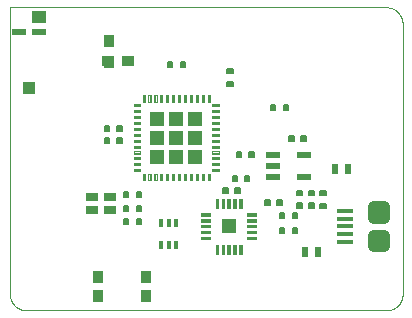
<source format=gtp>
G75*
%MOIN*%
%OFA0B0*%
%FSLAX25Y25*%
%IPPOS*%
%LPD*%
%AMOC8*
5,1,8,0,0,1.08239X$1,22.5*
%
%ADD10C,0.00100*%
%ADD11C,0.00591*%
%ADD12C,0.00400*%
%ADD13R,0.04500X0.04500*%
%ADD14C,0.00661*%
%ADD15R,0.04000X0.03800*%
%ADD16R,0.03800X0.04000*%
%ADD17R,0.03937X0.03150*%
%ADD18R,0.04724X0.02165*%
%ADD19C,0.03740*%
%ADD20R,0.05315X0.01575*%
%ADD21R,0.01181X0.02598*%
%ADD22R,0.01969X0.03543*%
%ADD23R,0.03937X0.03937*%
%ADD24R,0.04921X0.01969*%
%ADD25R,0.04921X0.03937*%
%ADD26R,0.04961X0.04961*%
%ADD27C,0.00266*%
%ADD28R,0.03543X0.03937*%
D10*
X0090095Y0095933D02*
X0210345Y0095933D01*
X0210490Y0095939D01*
X0210636Y0095948D01*
X0210781Y0095961D01*
X0210925Y0095978D01*
X0211069Y0096000D01*
X0211213Y0096024D01*
X0211356Y0096053D01*
X0211497Y0096086D01*
X0211638Y0096122D01*
X0211778Y0096163D01*
X0211917Y0096207D01*
X0212055Y0096255D01*
X0212191Y0096306D01*
X0212325Y0096361D01*
X0212459Y0096420D01*
X0212590Y0096483D01*
X0212720Y0096549D01*
X0212848Y0096618D01*
X0212974Y0096691D01*
X0213098Y0096767D01*
X0213220Y0096847D01*
X0213340Y0096930D01*
X0213457Y0097016D01*
X0213572Y0097105D01*
X0213685Y0097197D01*
X0213795Y0097293D01*
X0213902Y0097391D01*
X0214007Y0097492D01*
X0214109Y0097596D01*
X0214208Y0097703D01*
X0214304Y0097812D01*
X0214397Y0097924D01*
X0214487Y0098038D01*
X0214574Y0098155D01*
X0214658Y0098274D01*
X0214739Y0098395D01*
X0214816Y0098519D01*
X0214890Y0098644D01*
X0214960Y0098772D01*
X0215027Y0098901D01*
X0215090Y0099032D01*
X0215150Y0099165D01*
X0215207Y0099299D01*
X0215259Y0099435D01*
X0215308Y0099572D01*
X0215353Y0099710D01*
X0215394Y0099850D01*
X0215432Y0099991D01*
X0215466Y0100132D01*
X0215496Y0100275D01*
X0215522Y0100418D01*
X0215544Y0100562D01*
X0215562Y0100706D01*
X0215577Y0100851D01*
X0215587Y0100996D01*
X0215593Y0101142D01*
X0215596Y0101287D01*
X0215595Y0101433D01*
X0215595Y0191433D01*
X0215596Y0191434D02*
X0215592Y0191582D01*
X0215584Y0191729D01*
X0215573Y0191877D01*
X0215557Y0192024D01*
X0215538Y0192171D01*
X0215515Y0192318D01*
X0215488Y0192463D01*
X0215457Y0192608D01*
X0215422Y0192752D01*
X0215383Y0192895D01*
X0215341Y0193037D01*
X0215295Y0193177D01*
X0215245Y0193317D01*
X0215191Y0193455D01*
X0215134Y0193591D01*
X0215073Y0193726D01*
X0215008Y0193860D01*
X0214940Y0193991D01*
X0214869Y0194121D01*
X0214794Y0194249D01*
X0214715Y0194375D01*
X0214634Y0194498D01*
X0214549Y0194619D01*
X0214461Y0194739D01*
X0214370Y0194855D01*
X0214275Y0194969D01*
X0214178Y0195081D01*
X0214078Y0195190D01*
X0213975Y0195296D01*
X0213869Y0195400D01*
X0213760Y0195501D01*
X0213649Y0195598D01*
X0213535Y0195693D01*
X0213419Y0195785D01*
X0213300Y0195873D01*
X0213179Y0195959D01*
X0213056Y0196041D01*
X0212931Y0196120D01*
X0212803Y0196195D01*
X0212674Y0196267D01*
X0212542Y0196336D01*
X0212409Y0196401D01*
X0212275Y0196462D01*
X0212138Y0196520D01*
X0212000Y0196574D01*
X0211861Y0196625D01*
X0211721Y0196672D01*
X0211579Y0196715D01*
X0211436Y0196754D01*
X0211292Y0196790D01*
X0211148Y0196821D01*
X0211002Y0196849D01*
X0210856Y0196873D01*
X0210709Y0196893D01*
X0210562Y0196909D01*
X0210415Y0196921D01*
X0210267Y0196929D01*
X0210119Y0196933D01*
X0209970Y0196934D01*
X0209970Y0196933D02*
X0084720Y0196933D01*
X0084720Y0101183D01*
X0084724Y0101040D01*
X0084732Y0100896D01*
X0084743Y0100753D01*
X0084758Y0100609D01*
X0084777Y0100467D01*
X0084800Y0100325D01*
X0084827Y0100183D01*
X0084858Y0100043D01*
X0084892Y0099903D01*
X0084931Y0099764D01*
X0084973Y0099627D01*
X0085018Y0099490D01*
X0085068Y0099355D01*
X0085121Y0099222D01*
X0085177Y0099089D01*
X0085238Y0098959D01*
X0085301Y0098830D01*
X0085369Y0098702D01*
X0085439Y0098577D01*
X0085513Y0098453D01*
X0085590Y0098332D01*
X0085671Y0098213D01*
X0085755Y0098096D01*
X0085841Y0097981D01*
X0085931Y0097869D01*
X0086024Y0097759D01*
X0086120Y0097652D01*
X0086219Y0097547D01*
X0086321Y0097445D01*
X0086425Y0097346D01*
X0086532Y0097250D01*
X0086641Y0097156D01*
X0086753Y0097066D01*
X0086868Y0096979D01*
X0086984Y0096895D01*
X0087103Y0096814D01*
X0087224Y0096736D01*
X0087348Y0096662D01*
X0087473Y0096591D01*
X0087600Y0096523D01*
X0087729Y0096459D01*
X0087859Y0096398D01*
X0087991Y0096341D01*
X0088125Y0096288D01*
X0088260Y0096238D01*
X0088396Y0096192D01*
X0088533Y0096149D01*
X0088672Y0096110D01*
X0088812Y0096075D01*
X0088952Y0096044D01*
X0089093Y0096017D01*
X0089235Y0095993D01*
X0089378Y0095974D01*
X0089521Y0095958D01*
X0089664Y0095946D01*
X0089808Y0095938D01*
X0089952Y0095934D01*
X0090096Y0095933D01*
D11*
X0122741Y0126319D02*
X0124119Y0126319D01*
X0124119Y0124547D01*
X0122741Y0124547D01*
X0122741Y0126319D01*
X0122741Y0125137D02*
X0124119Y0125137D01*
X0124119Y0125727D02*
X0122741Y0125727D01*
X0122741Y0126317D02*
X0124119Y0126317D01*
X0124119Y0130819D02*
X0122741Y0130819D01*
X0124119Y0130819D02*
X0124119Y0129047D01*
X0122741Y0129047D01*
X0122741Y0130819D01*
X0122741Y0129637D02*
X0124119Y0129637D01*
X0124119Y0130227D02*
X0122741Y0130227D01*
X0122741Y0130817D02*
X0124119Y0130817D01*
X0124119Y0135319D02*
X0122741Y0135319D01*
X0124119Y0135319D02*
X0124119Y0133547D01*
X0122741Y0133547D01*
X0122741Y0135319D01*
X0122741Y0134137D02*
X0124119Y0134137D01*
X0124119Y0134727D02*
X0122741Y0134727D01*
X0122741Y0135317D02*
X0124119Y0135317D01*
X0127071Y0135319D02*
X0128449Y0135319D01*
X0128449Y0133547D01*
X0127071Y0133547D01*
X0127071Y0135319D01*
X0127071Y0134137D02*
X0128449Y0134137D01*
X0128449Y0134727D02*
X0127071Y0134727D01*
X0127071Y0135317D02*
X0128449Y0135317D01*
X0128449Y0130819D02*
X0127071Y0130819D01*
X0128449Y0130819D02*
X0128449Y0129047D01*
X0127071Y0129047D01*
X0127071Y0130819D01*
X0127071Y0129637D02*
X0128449Y0129637D01*
X0128449Y0130227D02*
X0127071Y0130227D01*
X0127071Y0130817D02*
X0128449Y0130817D01*
X0128449Y0126319D02*
X0127071Y0126319D01*
X0128449Y0126319D02*
X0128449Y0124547D01*
X0127071Y0124547D01*
X0127071Y0126319D01*
X0127071Y0125137D02*
X0128449Y0125137D01*
X0128449Y0125727D02*
X0127071Y0125727D01*
X0127071Y0126317D02*
X0128449Y0126317D01*
X0174741Y0126547D02*
X0176119Y0126547D01*
X0174741Y0126547D02*
X0174741Y0128319D01*
X0176119Y0128319D01*
X0176119Y0126547D01*
X0176119Y0127137D02*
X0174741Y0127137D01*
X0174741Y0127727D02*
X0176119Y0127727D01*
X0176119Y0128317D02*
X0174741Y0128317D01*
X0179071Y0126547D02*
X0180449Y0126547D01*
X0179071Y0126547D02*
X0179071Y0128319D01*
X0180449Y0128319D01*
X0180449Y0126547D01*
X0180449Y0127137D02*
X0179071Y0127137D01*
X0179071Y0127727D02*
X0180449Y0127727D01*
X0180449Y0128317D02*
X0179071Y0128317D01*
X0179071Y0121547D02*
X0180449Y0121547D01*
X0179071Y0121547D02*
X0179071Y0123319D01*
X0180449Y0123319D01*
X0180449Y0121547D01*
X0180449Y0122137D02*
X0179071Y0122137D01*
X0179071Y0122727D02*
X0180449Y0122727D01*
X0180449Y0123317D02*
X0179071Y0123317D01*
X0176119Y0121547D02*
X0174741Y0121547D01*
X0174741Y0123319D01*
X0176119Y0123319D01*
X0176119Y0121547D01*
X0176119Y0122137D02*
X0174741Y0122137D01*
X0174741Y0122727D02*
X0176119Y0122727D01*
X0176119Y0123317D02*
X0174741Y0123317D01*
X0188209Y0130079D02*
X0188209Y0131457D01*
X0189981Y0131457D01*
X0189981Y0130079D01*
X0188209Y0130079D01*
X0188209Y0130669D02*
X0189981Y0130669D01*
X0189981Y0131259D02*
X0188209Y0131259D01*
X0188209Y0134409D02*
X0188209Y0135787D01*
X0189981Y0135787D01*
X0189981Y0134409D01*
X0188209Y0134409D01*
X0188209Y0134999D02*
X0189981Y0134999D01*
X0189981Y0135589D02*
X0188209Y0135589D01*
X0177449Y0162547D02*
X0176071Y0162547D01*
X0176071Y0164319D01*
X0177449Y0164319D01*
X0177449Y0162547D01*
X0177449Y0163137D02*
X0176071Y0163137D01*
X0176071Y0163727D02*
X0177449Y0163727D01*
X0177449Y0164317D02*
X0176071Y0164317D01*
X0173119Y0162547D02*
X0171741Y0162547D01*
X0171741Y0164319D01*
X0173119Y0164319D01*
X0173119Y0162547D01*
X0173119Y0163137D02*
X0171741Y0163137D01*
X0171741Y0163727D02*
X0173119Y0163727D01*
X0173119Y0164317D02*
X0171741Y0164317D01*
X0157209Y0170579D02*
X0157209Y0171957D01*
X0158981Y0171957D01*
X0158981Y0170579D01*
X0157209Y0170579D01*
X0157209Y0171169D02*
X0158981Y0171169D01*
X0158981Y0171759D02*
X0157209Y0171759D01*
X0157209Y0174909D02*
X0157209Y0176287D01*
X0158981Y0176287D01*
X0158981Y0174909D01*
X0157209Y0174909D01*
X0157209Y0175499D02*
X0158981Y0175499D01*
X0158981Y0176089D02*
X0157209Y0176089D01*
X0142949Y0178819D02*
X0141571Y0178819D01*
X0142949Y0178819D02*
X0142949Y0177047D01*
X0141571Y0177047D01*
X0141571Y0178819D01*
X0141571Y0177637D02*
X0142949Y0177637D01*
X0142949Y0178227D02*
X0141571Y0178227D01*
X0141571Y0178817D02*
X0142949Y0178817D01*
X0138619Y0178819D02*
X0137241Y0178819D01*
X0138619Y0178819D02*
X0138619Y0177047D01*
X0137241Y0177047D01*
X0137241Y0178819D01*
X0137241Y0177637D02*
X0138619Y0177637D01*
X0138619Y0178227D02*
X0137241Y0178227D01*
X0137241Y0178817D02*
X0138619Y0178817D01*
D12*
X0138757Y0167573D02*
X0139465Y0167573D01*
X0139465Y0165480D01*
X0138757Y0165480D01*
X0138757Y0167573D01*
X0139111Y0167476D02*
X0139111Y0165677D01*
X0140725Y0165480D02*
X0140725Y0167573D01*
X0141434Y0167573D01*
X0141434Y0165480D01*
X0140725Y0165480D01*
X0141079Y0165677D02*
X0141079Y0167376D01*
X0142694Y0167573D02*
X0143402Y0167573D01*
X0143402Y0165480D01*
X0142694Y0165480D01*
X0142694Y0167573D01*
X0143048Y0167376D02*
X0143048Y0165677D01*
X0144662Y0165480D02*
X0144662Y0167573D01*
X0145371Y0167573D01*
X0145371Y0165480D01*
X0144662Y0165480D01*
X0145016Y0165677D02*
X0145016Y0167376D01*
X0146631Y0167573D02*
X0146631Y0165480D01*
X0147339Y0165480D01*
X0147339Y0167573D01*
X0146631Y0167573D01*
X0146985Y0167376D02*
X0146985Y0165677D01*
X0148599Y0165480D02*
X0148599Y0167573D01*
X0149308Y0167573D01*
X0149308Y0165480D01*
X0148599Y0165480D01*
X0148953Y0165677D02*
X0148953Y0167276D01*
X0150568Y0167573D02*
X0150568Y0165480D01*
X0151276Y0165480D01*
X0151276Y0167573D01*
X0150568Y0167573D01*
X0150922Y0167376D02*
X0150922Y0165677D01*
X0152142Y0164614D02*
X0154235Y0164614D01*
X0154235Y0163906D01*
X0152142Y0163906D01*
X0152142Y0164614D01*
X0152339Y0164260D02*
X0154038Y0164260D01*
X0154235Y0162646D02*
X0152142Y0162646D01*
X0152142Y0161937D01*
X0154235Y0161937D01*
X0154235Y0162646D01*
X0154038Y0162291D02*
X0152339Y0162291D01*
X0152142Y0160677D02*
X0154235Y0160677D01*
X0154235Y0159969D01*
X0152142Y0159969D01*
X0152142Y0160677D01*
X0152339Y0160323D02*
X0154138Y0160323D01*
X0154235Y0158709D02*
X0152142Y0158709D01*
X0152142Y0158000D01*
X0154235Y0158000D01*
X0154235Y0158709D01*
X0154038Y0158354D02*
X0152339Y0158354D01*
X0152142Y0156740D02*
X0154235Y0156740D01*
X0154235Y0156031D01*
X0152142Y0156031D01*
X0152142Y0156740D01*
X0152339Y0156386D02*
X0154038Y0156386D01*
X0154235Y0154772D02*
X0154235Y0154063D01*
X0152142Y0154063D01*
X0152142Y0154772D01*
X0154235Y0154772D01*
X0154038Y0154417D02*
X0152339Y0154417D01*
X0152142Y0152803D02*
X0154235Y0152803D01*
X0154235Y0152094D01*
X0152142Y0152094D01*
X0152142Y0152803D01*
X0152339Y0152449D02*
X0154038Y0152449D01*
X0154235Y0150835D02*
X0152142Y0150835D01*
X0152142Y0150126D01*
X0154235Y0150126D01*
X0154235Y0150835D01*
X0154038Y0150480D02*
X0152339Y0150480D01*
X0152142Y0148866D02*
X0154235Y0148866D01*
X0154235Y0148157D01*
X0152142Y0148157D01*
X0152142Y0148866D01*
X0152339Y0148512D02*
X0154038Y0148512D01*
X0154235Y0146898D02*
X0152142Y0146898D01*
X0152142Y0146189D01*
X0154235Y0146189D01*
X0154235Y0146898D01*
X0154038Y0146543D02*
X0152339Y0146543D01*
X0152142Y0144929D02*
X0154235Y0144929D01*
X0154235Y0144220D01*
X0152142Y0144220D01*
X0152142Y0144929D01*
X0152339Y0144575D02*
X0154038Y0144575D01*
X0154235Y0142961D02*
X0154235Y0142252D01*
X0152142Y0142252D01*
X0152142Y0142961D01*
X0154235Y0142961D01*
X0154038Y0142606D02*
X0152339Y0142606D01*
X0151276Y0141386D02*
X0151276Y0139293D01*
X0150568Y0139293D01*
X0150568Y0141386D01*
X0151276Y0141386D01*
X0150922Y0141189D02*
X0150922Y0139490D01*
X0149308Y0139293D02*
X0149308Y0141386D01*
X0148599Y0141386D01*
X0148599Y0139293D01*
X0149308Y0139293D01*
X0148953Y0139490D02*
X0148953Y0141189D01*
X0147339Y0141386D02*
X0147339Y0139293D01*
X0146631Y0139293D01*
X0146631Y0141386D01*
X0147339Y0141386D01*
X0146985Y0141189D02*
X0146985Y0139490D01*
X0145371Y0139293D02*
X0145371Y0141386D01*
X0144662Y0141386D01*
X0144662Y0139293D01*
X0145371Y0139293D01*
X0145016Y0139490D02*
X0145016Y0141189D01*
X0143402Y0141386D02*
X0143402Y0139293D01*
X0142694Y0139293D01*
X0142694Y0141386D01*
X0143402Y0141386D01*
X0143048Y0141189D02*
X0143048Y0139490D01*
X0141434Y0139293D02*
X0140725Y0139293D01*
X0140725Y0141386D01*
X0141434Y0141386D01*
X0141434Y0139293D01*
X0141079Y0139490D02*
X0141079Y0141189D01*
X0139465Y0141386D02*
X0139465Y0139293D01*
X0138757Y0139293D01*
X0138757Y0141386D01*
X0139465Y0141386D01*
X0139111Y0141189D02*
X0139111Y0139490D01*
X0137497Y0139293D02*
X0136788Y0139293D01*
X0136788Y0141386D01*
X0137497Y0141386D01*
X0137497Y0139293D01*
X0137142Y0139390D02*
X0137142Y0141189D01*
X0135528Y0141386D02*
X0135528Y0139293D01*
X0134820Y0139293D01*
X0134820Y0141386D01*
X0135528Y0141386D01*
X0135174Y0141189D02*
X0135174Y0139490D01*
X0133560Y0139293D02*
X0132851Y0139293D01*
X0132851Y0141386D01*
X0133560Y0141386D01*
X0133560Y0139293D01*
X0133205Y0139490D02*
X0133205Y0141189D01*
X0131591Y0141386D02*
X0131591Y0139293D01*
X0130883Y0139293D01*
X0130883Y0141386D01*
X0131591Y0141386D01*
X0131237Y0141189D02*
X0131237Y0139490D01*
X0129623Y0139293D02*
X0128914Y0139293D01*
X0128914Y0141386D01*
X0129623Y0141386D01*
X0129623Y0139293D01*
X0129268Y0139490D02*
X0129268Y0141189D01*
X0128048Y0142252D02*
X0128048Y0142961D01*
X0125955Y0142961D01*
X0125955Y0142252D01*
X0128048Y0142252D01*
X0127851Y0142606D02*
X0126052Y0142606D01*
X0125955Y0144220D02*
X0125955Y0144929D01*
X0128048Y0144929D01*
X0128048Y0144220D01*
X0125955Y0144220D01*
X0126152Y0144575D02*
X0127851Y0144575D01*
X0128048Y0146189D02*
X0125955Y0146189D01*
X0125955Y0146898D01*
X0128048Y0146898D01*
X0128048Y0146189D01*
X0127851Y0146543D02*
X0126152Y0146543D01*
X0125955Y0148157D02*
X0125955Y0148866D01*
X0128048Y0148866D01*
X0128048Y0148157D01*
X0125955Y0148157D01*
X0126052Y0148512D02*
X0127851Y0148512D01*
X0128048Y0150126D02*
X0125955Y0150126D01*
X0125955Y0150835D01*
X0128048Y0150835D01*
X0128048Y0150126D01*
X0127851Y0150480D02*
X0126152Y0150480D01*
X0125955Y0152094D02*
X0125955Y0152803D01*
X0128048Y0152803D01*
X0128048Y0152094D01*
X0125955Y0152094D01*
X0126152Y0152449D02*
X0127851Y0152449D01*
X0128048Y0154063D02*
X0125955Y0154063D01*
X0125955Y0154772D01*
X0128048Y0154772D01*
X0128048Y0154063D01*
X0127851Y0154417D02*
X0126152Y0154417D01*
X0125955Y0156031D02*
X0125955Y0156740D01*
X0128048Y0156740D01*
X0128048Y0156031D01*
X0125955Y0156031D01*
X0126152Y0156386D02*
X0127851Y0156386D01*
X0128048Y0158000D02*
X0125955Y0158000D01*
X0125955Y0158709D01*
X0128048Y0158709D01*
X0128048Y0158000D01*
X0127851Y0158354D02*
X0126152Y0158354D01*
X0125955Y0159969D02*
X0125955Y0160677D01*
X0128048Y0160677D01*
X0128048Y0159969D01*
X0125955Y0159969D01*
X0126052Y0160323D02*
X0127851Y0160323D01*
X0128048Y0161937D02*
X0125955Y0161937D01*
X0125955Y0162646D01*
X0128048Y0162646D01*
X0128048Y0161937D01*
X0127851Y0162291D02*
X0126152Y0162291D01*
X0125955Y0163906D02*
X0125955Y0164614D01*
X0128048Y0164614D01*
X0128048Y0163906D01*
X0125955Y0163906D01*
X0126152Y0164260D02*
X0127851Y0164260D01*
X0128914Y0165480D02*
X0128914Y0167583D01*
X0129268Y0167583D01*
X0129268Y0165677D01*
X0129623Y0165480D02*
X0128914Y0165480D01*
X0129623Y0165480D02*
X0129623Y0167583D01*
X0129268Y0167583D01*
X0130883Y0167573D02*
X0131591Y0167573D01*
X0131591Y0165480D01*
X0130883Y0165480D01*
X0130883Y0167573D01*
X0131237Y0167376D02*
X0131237Y0165677D01*
X0132851Y0165480D02*
X0132851Y0167573D01*
X0133560Y0167573D01*
X0133560Y0165480D01*
X0132851Y0165480D01*
X0133205Y0165677D02*
X0133205Y0167476D01*
X0134820Y0167573D02*
X0135528Y0167573D01*
X0135528Y0165480D01*
X0134820Y0165480D01*
X0134820Y0167573D01*
X0135174Y0167376D02*
X0135174Y0165677D01*
X0136788Y0165480D02*
X0136788Y0167573D01*
X0137497Y0167573D01*
X0137497Y0165480D01*
X0136788Y0165480D01*
X0137142Y0165677D02*
X0137142Y0167476D01*
D13*
X0140095Y0159683D03*
X0146345Y0159683D03*
X0146345Y0153433D03*
X0140095Y0153433D03*
X0133845Y0153433D03*
X0133845Y0147183D03*
X0140095Y0147183D03*
X0146345Y0147183D03*
X0133845Y0159683D03*
D14*
X0121917Y0157284D02*
X0120373Y0157284D01*
X0121917Y0157284D02*
X0121917Y0155582D01*
X0120373Y0155582D01*
X0120373Y0157284D01*
X0120373Y0156242D02*
X0121917Y0156242D01*
X0121917Y0156902D02*
X0120373Y0156902D01*
X0117802Y0157284D02*
X0116258Y0157284D01*
X0117802Y0157284D02*
X0117802Y0155582D01*
X0116258Y0155582D01*
X0116258Y0157284D01*
X0116258Y0156242D02*
X0117802Y0156242D01*
X0117802Y0156902D02*
X0116258Y0156902D01*
X0116258Y0153284D02*
X0117802Y0153284D01*
X0117802Y0151582D01*
X0116258Y0151582D01*
X0116258Y0153284D01*
X0116258Y0152242D02*
X0117802Y0152242D01*
X0117802Y0152902D02*
X0116258Y0152902D01*
X0120373Y0153284D02*
X0121917Y0153284D01*
X0121917Y0151582D01*
X0120373Y0151582D01*
X0120373Y0153284D01*
X0120373Y0152242D02*
X0121917Y0152242D01*
X0121917Y0152902D02*
X0120373Y0152902D01*
X0155773Y0135082D02*
X0157317Y0135082D01*
X0155773Y0135082D02*
X0155773Y0136784D01*
X0157317Y0136784D01*
X0157317Y0135082D01*
X0157317Y0135742D02*
X0155773Y0135742D01*
X0155773Y0136402D02*
X0157317Y0136402D01*
X0159888Y0135082D02*
X0161432Y0135082D01*
X0159888Y0135082D02*
X0159888Y0136784D01*
X0161432Y0136784D01*
X0161432Y0135082D01*
X0161432Y0135742D02*
X0159888Y0135742D01*
X0159888Y0136402D02*
X0161432Y0136402D01*
X0160442Y0138957D02*
X0158898Y0138957D01*
X0158898Y0140659D01*
X0160442Y0140659D01*
X0160442Y0138957D01*
X0160442Y0139617D02*
X0158898Y0139617D01*
X0158898Y0140277D02*
X0160442Y0140277D01*
X0163013Y0138957D02*
X0164557Y0138957D01*
X0163013Y0138957D02*
X0163013Y0140659D01*
X0164557Y0140659D01*
X0164557Y0138957D01*
X0164557Y0139617D02*
X0163013Y0139617D01*
X0163013Y0140277D02*
X0164557Y0140277D01*
X0164373Y0148784D02*
X0165917Y0148784D01*
X0165917Y0147082D01*
X0164373Y0147082D01*
X0164373Y0148784D01*
X0164373Y0147742D02*
X0165917Y0147742D01*
X0165917Y0148402D02*
X0164373Y0148402D01*
X0161802Y0148784D02*
X0160258Y0148784D01*
X0161802Y0148784D02*
X0161802Y0147082D01*
X0160258Y0147082D01*
X0160258Y0148784D01*
X0160258Y0147742D02*
X0161802Y0147742D01*
X0161802Y0148402D02*
X0160258Y0148402D01*
X0177758Y0154034D02*
X0179302Y0154034D01*
X0179302Y0152332D01*
X0177758Y0152332D01*
X0177758Y0154034D01*
X0177758Y0152992D02*
X0179302Y0152992D01*
X0179302Y0153652D02*
X0177758Y0153652D01*
X0181873Y0154034D02*
X0183417Y0154034D01*
X0183417Y0152332D01*
X0181873Y0152332D01*
X0181873Y0154034D01*
X0181873Y0152992D02*
X0183417Y0152992D01*
X0183417Y0153652D02*
X0181873Y0153652D01*
X0181946Y0135770D02*
X0181946Y0134226D01*
X0180244Y0134226D01*
X0180244Y0135770D01*
X0181946Y0135770D01*
X0181946Y0134886D02*
X0180244Y0134886D01*
X0180244Y0135546D02*
X0181946Y0135546D01*
X0185946Y0135770D02*
X0185946Y0134226D01*
X0184244Y0134226D01*
X0184244Y0135770D01*
X0185946Y0135770D01*
X0185946Y0134886D02*
X0184244Y0134886D01*
X0184244Y0135546D02*
X0185946Y0135546D01*
X0185946Y0131655D02*
X0185946Y0130111D01*
X0184244Y0130111D01*
X0184244Y0131655D01*
X0185946Y0131655D01*
X0185946Y0130771D02*
X0184244Y0130771D01*
X0184244Y0131431D02*
X0185946Y0131431D01*
X0181946Y0131655D02*
X0181946Y0130111D01*
X0180244Y0130111D01*
X0180244Y0131655D01*
X0181946Y0131655D01*
X0181946Y0130771D02*
X0180244Y0130771D01*
X0180244Y0131431D02*
X0181946Y0131431D01*
X0175432Y0131082D02*
X0173888Y0131082D01*
X0173888Y0132784D01*
X0175432Y0132784D01*
X0175432Y0131082D01*
X0175432Y0131742D02*
X0173888Y0131742D01*
X0173888Y0132402D02*
X0175432Y0132402D01*
X0171317Y0131082D02*
X0169773Y0131082D01*
X0169773Y0132784D01*
X0171317Y0132784D01*
X0171317Y0131082D01*
X0171317Y0131742D02*
X0169773Y0131742D01*
X0169773Y0132402D02*
X0171317Y0132402D01*
D15*
X0124192Y0178933D03*
X0117499Y0178933D03*
D16*
X0117595Y0178837D03*
X0117595Y0185530D03*
D17*
X0118048Y0133598D03*
X0112142Y0133598D03*
X0112142Y0129268D03*
X0118048Y0129268D03*
D18*
X0172477Y0140193D03*
X0172477Y0143933D03*
X0172477Y0147673D03*
X0182714Y0147673D03*
X0182714Y0140193D03*
D19*
X0205725Y0130527D02*
X0209465Y0130527D01*
X0209465Y0126787D01*
X0205725Y0126787D01*
X0205725Y0130527D01*
X0205725Y0130526D02*
X0209465Y0130526D01*
X0209465Y0121079D02*
X0205725Y0121079D01*
X0209465Y0121079D02*
X0209465Y0117339D01*
X0205725Y0117339D01*
X0205725Y0121079D01*
X0205725Y0121078D02*
X0209465Y0121078D01*
D20*
X0196276Y0121374D03*
X0196276Y0123933D03*
X0196276Y0126492D03*
X0196276Y0129051D03*
X0196276Y0118815D03*
D21*
X0140154Y0117811D03*
X0137595Y0117811D03*
X0135036Y0117811D03*
X0135036Y0125055D03*
X0137595Y0125055D03*
X0140154Y0125055D03*
D22*
X0182930Y0115433D03*
X0187260Y0115433D03*
X0192930Y0142933D03*
X0197260Y0142933D03*
D23*
X0091095Y0170122D03*
D24*
X0087650Y0188823D03*
X0094540Y0188823D03*
D25*
X0094540Y0193744D03*
D26*
X0157595Y0123933D03*
D27*
X0163693Y0124331D02*
X0166733Y0124331D01*
X0166733Y0123535D01*
X0163693Y0123535D01*
X0163693Y0124331D01*
X0163693Y0123800D02*
X0166733Y0123800D01*
X0166733Y0124065D02*
X0163693Y0124065D01*
X0163693Y0124330D02*
X0166733Y0124330D01*
X0166733Y0126300D02*
X0163693Y0126300D01*
X0166733Y0126300D02*
X0166733Y0125504D01*
X0163693Y0125504D01*
X0163693Y0126300D01*
X0163693Y0125769D02*
X0166733Y0125769D01*
X0166733Y0126034D02*
X0163693Y0126034D01*
X0163693Y0126299D02*
X0166733Y0126299D01*
X0166733Y0128268D02*
X0163693Y0128268D01*
X0166733Y0128268D02*
X0166733Y0127472D01*
X0163693Y0127472D01*
X0163693Y0128268D01*
X0163693Y0127737D02*
X0166733Y0127737D01*
X0166733Y0128002D02*
X0163693Y0128002D01*
X0163693Y0128267D02*
X0166733Y0128267D01*
X0161930Y0130031D02*
X0161930Y0133071D01*
X0161930Y0130031D02*
X0161134Y0130031D01*
X0161134Y0133071D01*
X0161930Y0133071D01*
X0161930Y0130296D02*
X0161134Y0130296D01*
X0161134Y0130561D02*
X0161930Y0130561D01*
X0161930Y0130826D02*
X0161134Y0130826D01*
X0161134Y0131091D02*
X0161930Y0131091D01*
X0161930Y0131356D02*
X0161134Y0131356D01*
X0161134Y0131621D02*
X0161930Y0131621D01*
X0161930Y0131886D02*
X0161134Y0131886D01*
X0161134Y0132151D02*
X0161930Y0132151D01*
X0161930Y0132416D02*
X0161134Y0132416D01*
X0161134Y0132681D02*
X0161930Y0132681D01*
X0161930Y0132946D02*
X0161134Y0132946D01*
X0159962Y0133071D02*
X0159962Y0130031D01*
X0159166Y0130031D01*
X0159166Y0133071D01*
X0159962Y0133071D01*
X0159962Y0130296D02*
X0159166Y0130296D01*
X0159166Y0130561D02*
X0159962Y0130561D01*
X0159962Y0130826D02*
X0159166Y0130826D01*
X0159166Y0131091D02*
X0159962Y0131091D01*
X0159962Y0131356D02*
X0159166Y0131356D01*
X0159166Y0131621D02*
X0159962Y0131621D01*
X0159962Y0131886D02*
X0159166Y0131886D01*
X0159166Y0132151D02*
X0159962Y0132151D01*
X0159962Y0132416D02*
X0159166Y0132416D01*
X0159166Y0132681D02*
X0159962Y0132681D01*
X0159962Y0132946D02*
X0159166Y0132946D01*
X0157993Y0133071D02*
X0157993Y0130031D01*
X0157197Y0130031D01*
X0157197Y0133071D01*
X0157993Y0133071D01*
X0157993Y0130296D02*
X0157197Y0130296D01*
X0157197Y0130561D02*
X0157993Y0130561D01*
X0157993Y0130826D02*
X0157197Y0130826D01*
X0157197Y0131091D02*
X0157993Y0131091D01*
X0157993Y0131356D02*
X0157197Y0131356D01*
X0157197Y0131621D02*
X0157993Y0131621D01*
X0157993Y0131886D02*
X0157197Y0131886D01*
X0157197Y0132151D02*
X0157993Y0132151D01*
X0157993Y0132416D02*
X0157197Y0132416D01*
X0157197Y0132681D02*
X0157993Y0132681D01*
X0157993Y0132946D02*
X0157197Y0132946D01*
X0156025Y0133071D02*
X0156025Y0130031D01*
X0155229Y0130031D01*
X0155229Y0133071D01*
X0156025Y0133071D01*
X0156025Y0130296D02*
X0155229Y0130296D01*
X0155229Y0130561D02*
X0156025Y0130561D01*
X0156025Y0130826D02*
X0155229Y0130826D01*
X0155229Y0131091D02*
X0156025Y0131091D01*
X0156025Y0131356D02*
X0155229Y0131356D01*
X0155229Y0131621D02*
X0156025Y0131621D01*
X0156025Y0131886D02*
X0155229Y0131886D01*
X0155229Y0132151D02*
X0156025Y0132151D01*
X0156025Y0132416D02*
X0155229Y0132416D01*
X0155229Y0132681D02*
X0156025Y0132681D01*
X0156025Y0132946D02*
X0155229Y0132946D01*
X0154056Y0133071D02*
X0154056Y0130031D01*
X0153260Y0130031D01*
X0153260Y0133071D01*
X0154056Y0133071D01*
X0154056Y0130296D02*
X0153260Y0130296D01*
X0153260Y0130561D02*
X0154056Y0130561D01*
X0154056Y0130826D02*
X0153260Y0130826D01*
X0153260Y0131091D02*
X0154056Y0131091D01*
X0154056Y0131356D02*
X0153260Y0131356D01*
X0153260Y0131621D02*
X0154056Y0131621D01*
X0154056Y0131886D02*
X0153260Y0131886D01*
X0153260Y0132151D02*
X0154056Y0132151D01*
X0154056Y0132416D02*
X0153260Y0132416D01*
X0153260Y0132681D02*
X0154056Y0132681D01*
X0154056Y0132946D02*
X0153260Y0132946D01*
X0151497Y0128268D02*
X0148457Y0128268D01*
X0151497Y0128268D02*
X0151497Y0127472D01*
X0148457Y0127472D01*
X0148457Y0128268D01*
X0148457Y0127737D02*
X0151497Y0127737D01*
X0151497Y0128002D02*
X0148457Y0128002D01*
X0148457Y0128267D02*
X0151497Y0128267D01*
X0151497Y0126300D02*
X0148457Y0126300D01*
X0151497Y0126300D02*
X0151497Y0125504D01*
X0148457Y0125504D01*
X0148457Y0126300D01*
X0148457Y0125769D02*
X0151497Y0125769D01*
X0151497Y0126034D02*
X0148457Y0126034D01*
X0148457Y0126299D02*
X0151497Y0126299D01*
X0151497Y0124331D02*
X0148457Y0124331D01*
X0151497Y0124331D02*
X0151497Y0123535D01*
X0148457Y0123535D01*
X0148457Y0124331D01*
X0148457Y0123800D02*
X0151497Y0123800D01*
X0151497Y0124065D02*
X0148457Y0124065D01*
X0148457Y0124330D02*
X0151497Y0124330D01*
X0151497Y0122363D02*
X0148457Y0122363D01*
X0151497Y0122363D02*
X0151497Y0121567D01*
X0148457Y0121567D01*
X0148457Y0122363D01*
X0148457Y0121832D02*
X0151497Y0121832D01*
X0151497Y0122097D02*
X0148457Y0122097D01*
X0148457Y0122362D02*
X0151497Y0122362D01*
X0151497Y0120394D02*
X0148457Y0120394D01*
X0151497Y0120394D02*
X0151497Y0119598D01*
X0148457Y0119598D01*
X0148457Y0120394D01*
X0148457Y0119863D02*
X0151497Y0119863D01*
X0151497Y0120128D02*
X0148457Y0120128D01*
X0148457Y0120393D02*
X0151497Y0120393D01*
X0154056Y0117835D02*
X0154056Y0114795D01*
X0153260Y0114795D01*
X0153260Y0117835D01*
X0154056Y0117835D01*
X0154056Y0115060D02*
X0153260Y0115060D01*
X0153260Y0115325D02*
X0154056Y0115325D01*
X0154056Y0115590D02*
X0153260Y0115590D01*
X0153260Y0115855D02*
X0154056Y0115855D01*
X0154056Y0116120D02*
X0153260Y0116120D01*
X0153260Y0116385D02*
X0154056Y0116385D01*
X0154056Y0116650D02*
X0153260Y0116650D01*
X0153260Y0116915D02*
X0154056Y0116915D01*
X0154056Y0117180D02*
X0153260Y0117180D01*
X0153260Y0117445D02*
X0154056Y0117445D01*
X0154056Y0117710D02*
X0153260Y0117710D01*
X0156025Y0117835D02*
X0156025Y0114795D01*
X0155229Y0114795D01*
X0155229Y0117835D01*
X0156025Y0117835D01*
X0156025Y0115060D02*
X0155229Y0115060D01*
X0155229Y0115325D02*
X0156025Y0115325D01*
X0156025Y0115590D02*
X0155229Y0115590D01*
X0155229Y0115855D02*
X0156025Y0115855D01*
X0156025Y0116120D02*
X0155229Y0116120D01*
X0155229Y0116385D02*
X0156025Y0116385D01*
X0156025Y0116650D02*
X0155229Y0116650D01*
X0155229Y0116915D02*
X0156025Y0116915D01*
X0156025Y0117180D02*
X0155229Y0117180D01*
X0155229Y0117445D02*
X0156025Y0117445D01*
X0156025Y0117710D02*
X0155229Y0117710D01*
X0157993Y0117835D02*
X0157993Y0114795D01*
X0157197Y0114795D01*
X0157197Y0117835D01*
X0157993Y0117835D01*
X0157993Y0115060D02*
X0157197Y0115060D01*
X0157197Y0115325D02*
X0157993Y0115325D01*
X0157993Y0115590D02*
X0157197Y0115590D01*
X0157197Y0115855D02*
X0157993Y0115855D01*
X0157993Y0116120D02*
X0157197Y0116120D01*
X0157197Y0116385D02*
X0157993Y0116385D01*
X0157993Y0116650D02*
X0157197Y0116650D01*
X0157197Y0116915D02*
X0157993Y0116915D01*
X0157993Y0117180D02*
X0157197Y0117180D01*
X0157197Y0117445D02*
X0157993Y0117445D01*
X0157993Y0117710D02*
X0157197Y0117710D01*
X0159962Y0117835D02*
X0159962Y0114795D01*
X0159166Y0114795D01*
X0159166Y0117835D01*
X0159962Y0117835D01*
X0159962Y0115060D02*
X0159166Y0115060D01*
X0159166Y0115325D02*
X0159962Y0115325D01*
X0159962Y0115590D02*
X0159166Y0115590D01*
X0159166Y0115855D02*
X0159962Y0115855D01*
X0159962Y0116120D02*
X0159166Y0116120D01*
X0159166Y0116385D02*
X0159962Y0116385D01*
X0159962Y0116650D02*
X0159166Y0116650D01*
X0159166Y0116915D02*
X0159962Y0116915D01*
X0159962Y0117180D02*
X0159166Y0117180D01*
X0159166Y0117445D02*
X0159962Y0117445D01*
X0159962Y0117710D02*
X0159166Y0117710D01*
X0161930Y0117835D02*
X0161930Y0114795D01*
X0161134Y0114795D01*
X0161134Y0117835D01*
X0161930Y0117835D01*
X0161930Y0115060D02*
X0161134Y0115060D01*
X0161134Y0115325D02*
X0161930Y0115325D01*
X0161930Y0115590D02*
X0161134Y0115590D01*
X0161134Y0115855D02*
X0161930Y0115855D01*
X0161930Y0116120D02*
X0161134Y0116120D01*
X0161134Y0116385D02*
X0161930Y0116385D01*
X0161930Y0116650D02*
X0161134Y0116650D01*
X0161134Y0116915D02*
X0161930Y0116915D01*
X0161930Y0117180D02*
X0161134Y0117180D01*
X0161134Y0117445D02*
X0161930Y0117445D01*
X0161930Y0117710D02*
X0161134Y0117710D01*
X0163693Y0120394D02*
X0166733Y0120394D01*
X0166733Y0119598D01*
X0163693Y0119598D01*
X0163693Y0120394D01*
X0163693Y0119863D02*
X0166733Y0119863D01*
X0166733Y0120128D02*
X0163693Y0120128D01*
X0163693Y0120393D02*
X0166733Y0120393D01*
X0166733Y0122363D02*
X0163693Y0122363D01*
X0166733Y0122363D02*
X0166733Y0121567D01*
X0163693Y0121567D01*
X0163693Y0122363D01*
X0163693Y0121832D02*
X0166733Y0121832D01*
X0166733Y0122097D02*
X0163693Y0122097D01*
X0163693Y0122362D02*
X0166733Y0122362D01*
D28*
X0130166Y0107083D03*
X0130166Y0100783D03*
X0114024Y0100783D03*
X0114024Y0107083D03*
M02*

</source>
